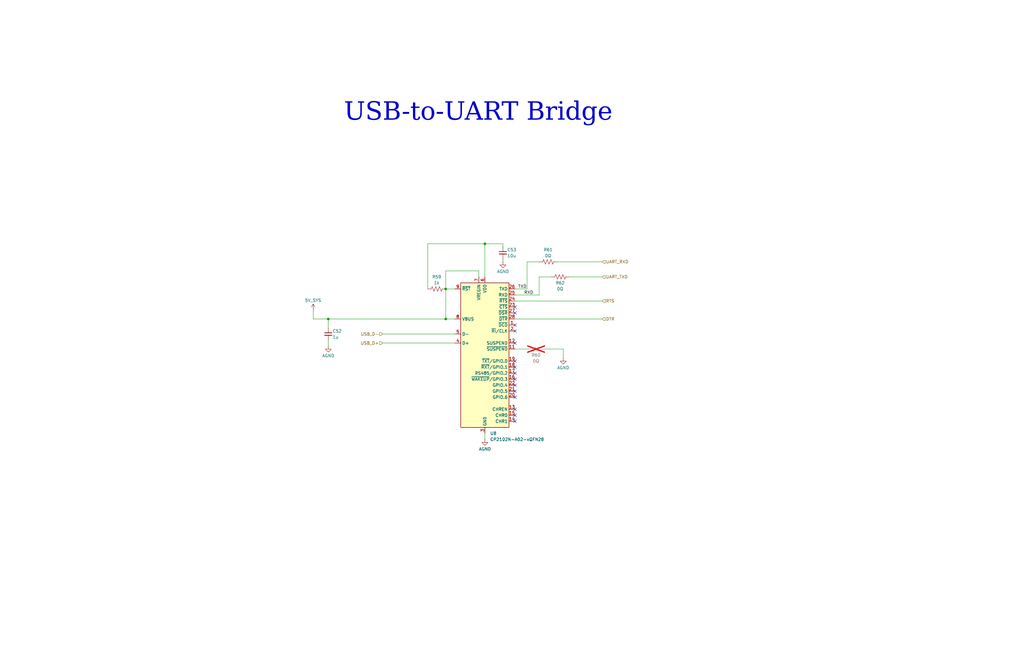
<source format=kicad_sch>
(kicad_sch (version 20231120) (generator "eeschema") (generator_version "8.0")
  (paper "B")
  (title_block (title "SCAN") (date "2025-01-30") (rev "v1.1") (company "Senior Design Group 35"))
  (lib_symbols
    (symbol "Device:C_Small" (pin_numbers hide) (pin_names (offset 0.254) hide)
      (property "Reference" "C" (at 0.254 1.778 0))
      (property "Value" "C_Small" (at 0.254 -2.032 0))
      (symbol "C_Small_0_1"
        (polyline (pts (xy -1.524 -0.508) (xy 1.524 -0.508)) (stroke (width 0.3302)))
        (polyline (pts (xy -1.524 0.508) (xy 1.524 0.508)) (stroke (width 0.3048)))
      )
      (symbol "C_Small_1_1"
        (pin passive line (at 0 2.54 270) (length 2.032) (name "~") (number "1"))
        (pin passive line (at 0 -2.54 90) (length 2.032) (name "~") (number "2"))
      )
    )
    (symbol "Device:R_US" (pin_numbers hide) (pin_names (offset 0))
      (property "Reference" "R" (at 2.54 0 90))
      (property "Value" "R_US" (at -2.54 0 90))
      (symbol "R_US_0_1"
        (polyline (pts (xy 0 -2.286) (xy 0 -2.54)))
        (polyline (pts (xy 0 2.286) (xy 0 2.54)))
        (polyline (pts (xy 0 -0.762) (xy 1.016 -1.143) (xy 0 -1.524) (xy -1.016 -1.905) (xy 0 -2.286)))
        (polyline (pts (xy 0 0.762) (xy 1.016 0.381) (xy 0 0) (xy -1.016 -0.381) (xy 0 -0.762)))
        (polyline (pts (xy 0 2.286) (xy 1.016 1.905) (xy 0 1.524) (xy -1.016 1.143) (xy 0 0.762)))
      )
      (symbol "R_US_1_1"
        (pin passive line (at 0 3.81 270) (length 1.27) (name "~") (number "1"))
        (pin passive line (at 0 -3.81 90) (length 1.27) (name "~") (number "2"))
      )
    )
    (symbol "Interface_USB:CP2102N-Axx-xQFN28"
      (property "Reference" "U6" (at 2.1941 -33.02 0))
      (property "Value" "CP2102N-A02-xQFN28" (at 2.1941 -35.56 0))
      (symbol "CP2102N-Axx-xQFN28_0_1"
        (rectangle (start -10.16 30.48) (end 10.16 -30.48) (stroke (width 0.254)) (fill (type background)))
      )
      (symbol "CP2102N-Axx-xQFN28_1_1"
        (pin input line (at 12.7 12.7 180) (length 2.54) (name "~{DCD}") (number "1"))
        (pin no_connect line (at -10.16 -27.94 0) (length 2.54) hide (name "NC") (number "10"))
        (pin output line (at 12.7 2.54 180) (length 2.54) (name "~{SUSPEND}") (number "11"))
        (pin output line (at 12.7 5.08 180) (length 2.54) (name "SUSPEND") (number "12"))
        (pin output line (at 12.7 -22.86 180) (length 2.54) (name "CHREN") (number "13"))
        (pin output line (at 12.7 -27.94 180) (length 2.54) (name "CHR1") (number "14"))
        (pin output line (at 12.7 -25.4 180) (length 2.54) (name "CHR0") (number "15"))
        (pin bidirectional line (at 12.7 -10.16 180) (length 2.54) (name "~{WAKEUP}/GPIO.3") (number "16"))
        (pin bidirectional line (at 12.7 -7.62 180) (length 2.54) (name "RS485/GPIO.2") (number "17"))
        (pin bidirectional line (at 12.7 -5.08 180) (length 2.54) (name "~{RXT}/GPIO.1") (number "18"))
        (pin bidirectional line (at 12.7 -2.54 180) (length 2.54) (name "~{TXT}/GPIO.0") (number "19"))
        (pin bidirectional line (at 12.7 10.16 180) (length 2.54) (name "~{RI}/CLK") (number "2"))
        (pin bidirectional line (at 12.7 -17.78 180) (length 2.54) (name "GPIO.6") (number "20"))
        (pin bidirectional line (at 12.7 -15.24 180) (length 2.54) (name "GPIO.5") (number "21"))
        (pin bidirectional line (at 12.7 -12.7 180) (length 2.54) (name "GPIO.4") (number "22"))
        (pin input line (at 12.7 20.32 180) (length 2.54) (name "~{CTS}") (number "23"))
        (pin output line (at 12.7 22.86 180) (length 2.54) (name "~{RTS}") (number "24"))
        (pin input line (at 12.7 25.4 180) (length 2.54) (name "RXD") (number "25"))
        (pin output line (at 12.7 27.94 180) (length 2.54) (name "TXD") (number "26"))
        (pin input line (at 12.7 17.78 180) (length 2.54) (name "~{DSR}") (number "27"))
        (pin output line (at 12.7 15.24 180) (length 2.54) (name "~{DTR}") (number "28"))
        (pin passive line (at 0 -33.02 90) (length 2.54) hide (name "GND") (number "29"))
        (pin power_in line (at 0 -33.02 90) (length 2.54) (name "GND") (number "3"))
        (pin bidirectional line (at -12.7 5.08 0) (length 2.54) (name "D+") (number "4"))
        (pin bidirectional line (at -12.7 8.89 0) (length 2.54) (name "D-") (number "5"))
        (pin power_in line (at 0 33.02 270) (length 2.54) (name "VDD") (number "6"))
        (pin power_in line (at -2.54 33.02 270) (length 2.54) (name "VREGIN") (number "7"))
        (pin input line (at -12.7 15.24 0) (length 2.54) (name "VBUS") (number "8"))
        (pin input line (at -12.7 27.94 0) (length 2.54) (name "~{RST}") (number "9"))
      )
    )
    (symbol "power:+3.3V" (power) (pin_numbers hide) (pin_names (offset 0) hide)
      (property "Value" "+3.3V" (at 0 3.556 0))
      (symbol "+3.3V_0_1"
        (polyline (pts (xy -0.762 1.27) (xy 0 2.54)))
        (polyline (pts (xy 0 0) (xy 0 2.54)))
        (polyline (pts (xy 0 2.54) (xy 0.762 1.27)))
      )
      (symbol "+3.3V_1_1"
        (pin power_in line (at 0 0 90) (length 0) (name "~") (number "1"))
      )
    )
    (symbol "power:GND" (power) (pin_numbers hide) (pin_names (offset 0) hide)
      (property "Value" "GND" (at 0 -3.81 0))
      (symbol "GND_0_1"
        (polyline (pts (xy 0 0) (xy 0 -1.27) (xy 1.27 -1.27) (xy 0 -2.54) (xy -1.27 -1.27) (xy 0 -1.27)))
      )
      (symbol "GND_1_1"
        (pin power_in line (at 0 0 270) (length 0) (name "~") (number "1"))
      )
    )
  )
  (junction (at 138.43 134.62))
  (junction (at 187.96 121.92))
  (junction (at 187.96 134.62))
  (junction (at 204.47 102.87))
  (no_connect (at 217.17 162.56))
  (no_connect (at 217.17 132.08))
  (no_connect (at 217.17 139.7))
  (no_connect (at 217.17 165.1))
  (no_connect (at 217.17 152.4))
  (no_connect (at 217.17 160.02))
  (no_connect (at 217.17 177.8))
  (no_connect (at 217.17 154.94))
  (no_connect (at 217.17 167.64))
  (no_connect (at 217.17 175.26))
  (no_connect (at 217.17 137.16))
  (no_connect (at 217.17 172.72))
  (no_connect (at 217.17 157.48))
  (no_connect (at 217.17 144.78))
  (no_connect (at 217.17 129.54))
  (wire (pts (xy 227.33 116.84) (xy 232.41 116.84)))
  (wire (pts (xy 161.29 140.97) (xy 191.77 140.97)))
  (wire (pts (xy 227.33 124.46) (xy 217.17 124.46)))
  (wire (pts (xy 212.09 102.87) (xy 204.47 102.87)))
  (wire (pts (xy 138.43 134.62) (xy 187.96 134.62)))
  (wire (pts (xy 204.47 182.88) (xy 204.47 185.42)))
  (wire (pts (xy 234.95 110.49) (xy 254 110.49)))
  (wire (pts (xy 217.17 127) (xy 254 127)))
  (wire (pts (xy 138.43 143.51) (xy 138.43 146.05)))
  (wire (pts (xy 187.96 121.92) (xy 191.77 121.92)))
  (wire (pts (xy 229.87 147.32) (xy 237.49 147.32)))
  (wire (pts (xy 138.43 134.62) (xy 138.43 138.43)))
  (wire (pts (xy 217.17 147.32) (xy 222.25 147.32)))
  (wire (pts (xy 217.17 134.62) (xy 254 134.62)))
  (wire (pts (xy 201.93 116.84) (xy 201.93 114.3)))
  (wire (pts (xy 212.09 109.22) (xy 212.09 110.49)))
  (wire (pts (xy 222.25 110.49) (xy 222.25 121.92)))
  (wire (pts (xy 187.96 114.3) (xy 187.96 121.92)))
  (wire (pts (xy 212.09 104.14) (xy 212.09 102.87)))
  (wire (pts (xy 240.03 116.84) (xy 254 116.84)))
  (wire (pts (xy 132.08 130.81) (xy 132.08 134.62)))
  (wire (pts (xy 180.34 121.92) (xy 180.34 102.87)))
  (wire (pts (xy 201.93 114.3) (xy 187.96 114.3)))
  (wire (pts (xy 187.96 134.62) (xy 191.77 134.62)))
  (wire (pts (xy 222.25 121.92) (xy 217.17 121.92)))
  (wire (pts (xy 237.49 147.32) (xy 237.49 151.13)))
  (wire (pts (xy 180.34 102.87) (xy 204.47 102.87)))
  (wire (pts (xy 187.96 121.92) (xy 187.96 134.62)))
  (wire (pts (xy 161.29 144.78) (xy 191.77 144.78)))
  (wire (pts (xy 132.08 134.62) (xy 138.43 134.62)))
  (wire (pts (xy 227.33 116.84) (xy 227.33 124.46)))
  (wire (pts (xy 222.25 110.49) (xy 227.33 110.49)))
  (wire (pts (xy 204.47 102.87) (xy 204.47 116.84)))
  (text "USB-to-UART Bridge" (at 201.676 49.53 0) (effects (font (size 7.62 7.62) (thickness 0.9525))))
  (label "RXD" (at 220.98 124.46 0))
  (label "TXD" (at 218.44 121.92 0))
  (hierarchical_label "USB_D-" (shape input) (at 161.29 140.97 180))
  (hierarchical_label "DTR" (shape input) (at 254 134.62 0))
  (hierarchical_label "USB_D+" (shape input) (at 161.29 144.78 180))
  (hierarchical_label "UART_RXD" (shape input) (at 254 110.49 0))
  (hierarchical_label "RTS" (shape input) (at 254 127 0))
  (hierarchical_label "UART_TXD" (shape input) (at 254 116.84 0))
  (symbol (lib_id "Device:R_US") (at 184.15 121.92 90) (unit 1)
    (property "Reference" "R59" (at 184.15 116.84 90))
    (property "Value" "1k" (at 184.15 119.38 90))
    (property "Footprint" "Resistor_SMD:R_0805_2012Metric" (effects (hide yes)))
    (property "Description" "1%" (effects (hide yes)))
  )
  (symbol (lib_id "power:GND") (at 237.49 151.13 0) (unit 1)
    (property "Reference" "#PWR094" (effects (hide yes)))
    (property "Value" "AGND" (at 237.49 155.194 0))
    (property "Description" "Power symbol creates a global label with name \"GND\" , ground" (effects (hide yes)))
  )
  (symbol (lib_id "Device:C_Small") (at 138.43 140.97 0) (unit 1)
    (property "Reference" "C52" (at 140.208 139.7 0) (effects (justify left)))
    (property "Value" "1u" (at 140.208 142.24 0) (effects (justify left)))
    (property "Footprint" "Capacitor_SMD:C_0402_1005Metric" (effects (hide yes)))
    (property "Description" "16V (10%)" (effects (hide yes)))
  )
  (symbol (lib_id "power:GND") (at 138.43 146.05 0) (unit 1)
    (property "Reference" "#PWR089" (effects (hide yes)))
    (property "Value" "AGND" (at 138.43 150.114 0))
    (property "Description" "Power symbol creates a global label with name \"GND\" , ground" (effects (hide yes)))
  )
  (symbol (lib_id "power:GND") (at 204.47 185.42 0) (unit 1)
    (property "Reference" "#PWR093" (effects (hide yes)))
    (property "Value" "AGND" (at 204.47 189.484 0))
    (property "Description" "Power symbol creates a global label with name \"GND\" , ground" (effects (hide yes)))
  )
  (symbol (lib_id "power:+3.3V") (at 132.08 130.81 0) (unit 1)
    (property "Reference" "#PWR092" (effects (hide yes)))
    (property "Value" "5V_SYS" (at 128.524 126.746 0) (effects (justify left)))
    (property "Description" "Power symbol creates a global label with name \"+3.3V\"" (effects (hide yes)))
  )
  (symbol (lib_id "Device:R_US") (at 231.14 110.49 90) (unit 1)
    (property "Reference" "R61" (at 231.14 105.41 90))
    (property "Value" "0Ω" (at 231.14 107.95 90))
    (property "Footprint" "Resistor_SMD:R_0805_2012Metric" (effects (hide yes)))
    (property "Description" "1%" (effects (hide yes)))
  )
  (symbol (lib_id "Device:R_US") (at 236.22 116.84 90) (unit 1)
    (property "Reference" "R62" (at 236.22 119.38 90))
    (property "Value" "0Ω" (at 236.22 121.92 90))
    (property "Footprint" "Resistor_SMD:R_0805_2012Metric" (effects (hide yes)))
    (property "Description" "1%" (effects (hide yes)))
  )
  (symbol (lib_id "power:GND") (at 212.09 110.49 0) (unit 1)
    (property "Reference" "#PWR095" (effects (hide yes)))
    (property "Value" "AGND" (at 212.09 114.554 0))
    (property "Description" "Power symbol creates a global label with name \"GND\" , ground" (effects (hide yes)))
  )
  (symbol (lib_id "Interface_USB:CP2102N-Axx-xQFN28") (at 204.47 149.86 0) (unit 1)
    (property "Reference" "U8" (at 206.6641 182.88 0) (effects (justify left)))
    (property "Value" "CP2102N-A02-xQFN28" (at 206.6641 185.42 0) (effects (justify left)))
    (property "Footprint" "Package_DFN_QFN:QFN-28-1EP_5x5mm_P0.5mm_EP3.35x3.35mm" (effects (hide yes)))
    (property "Datasheet" "https://www.silabs.com/documents/public/data-sheets/cp2102n-datasheet.pdf" (effects (hide yes)))
    (property "Description" "USB to UART master bridge, QFN-28" (effects (hide yes)))
  )
  (symbol (lib_id "Device:R_US") (at 226.06 147.32 90) (unit 1) (dnp yes)
    (property "Reference" "R60" (at 226.06 149.86 90))
    (property "Value" "0Ω" (at 226.06 152.4 90))
    (property "Footprint" "Resistor_SMD:R_0805_2012Metric" (effects (hide yes)))
    (property "Description" "1%" (effects (hide yes)))
  )
  (symbol (lib_id "Device:C_Small") (at 212.09 106.68 0) (unit 1)
    (property "Reference" "C53" (at 213.868 105.41 0) (effects (justify left)))
    (property "Value" "10u" (at 213.868 107.95 0) (effects (justify left)))
    (property "Footprint" "Capacitor_SMD:C_0603_1608Metric" (effects (hide yes)))
    (property "Description" "25V (25%)" (effects (hide yes)))
  )
)
</source>
